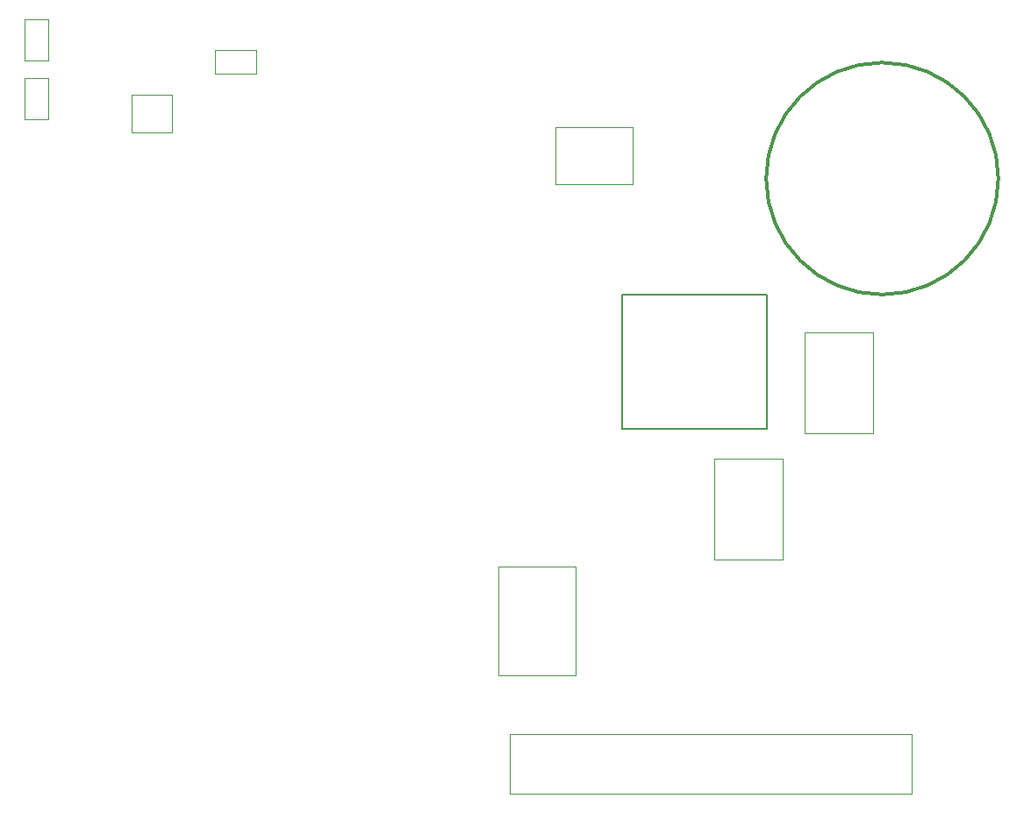
<source format=gbr>
G04 EasyPC Gerber Version 21.0.3 Build 4286 *
%FSLAX35Y35*%
%MOIN*%
%ADD99C,0.00197*%
%ADD82C,0.00500*%
%ADD87C,0.01200*%
X0Y0D02*
D02*
D82*
X371663Y243596D02*
Y192415D01*
X426781*
Y243596*
X371663*
D02*
D87*
X470482Y331785D02*
G75*
G03Y243596J-44094D01*
G01*
G75*
G03Y331785J44094*
G01*
D02*
D99*
X153750Y325781D02*
Y310230D01*
X144694*
Y325781*
X153750*
X153809Y348222D02*
Y332671D01*
X144754*
Y348222*
X153809*
X185246Y319620D02*
X200600D01*
Y305368*
X185246*
Y319620*
X217037Y336707D02*
X232588D01*
Y327652*
X217037*
Y336707*
X324714Y140368D02*
X354045D01*
Y98793*
X324714*
Y140368*
X329104Y54010D02*
Y76411D01*
X481506*
Y54010*
X329104*
X346368Y307179D02*
X375698D01*
Y285526*
X346368*
Y307179*
X432687Y181195D02*
Y143006D01*
X406702*
Y181195*
X432687*
X466939Y229226D02*
Y191037D01*
X440954*
Y229226*
X466939*
X0Y0D02*
M02*

</source>
